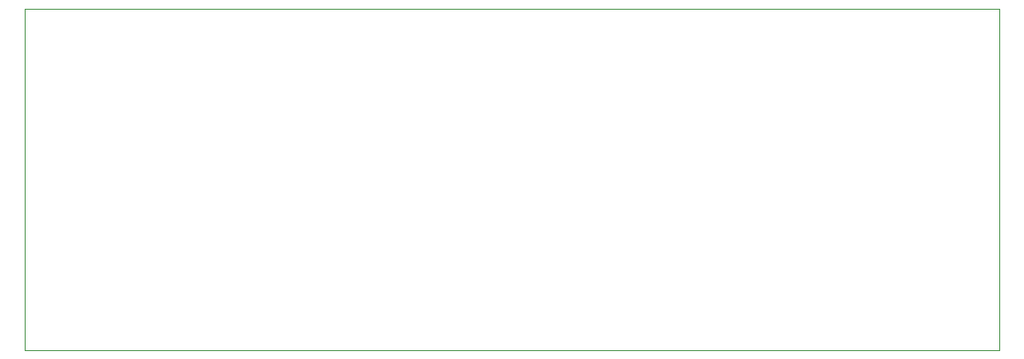
<source format=gbr>
%TF.GenerationSoftware,KiCad,Pcbnew,(6.0.0-0)*%
%TF.CreationDate,2022-10-19T21:39:46-04:00*%
%TF.ProjectId,CPU-Instruction-Decoder,4350552d-496e-4737-9472-756374696f6e,rev?*%
%TF.SameCoordinates,Original*%
%TF.FileFunction,Profile,NP*%
%FSLAX46Y46*%
G04 Gerber Fmt 4.6, Leading zero omitted, Abs format (unit mm)*
G04 Created by KiCad (PCBNEW (6.0.0-0)) date 2022-10-19 21:39:46*
%MOMM*%
%LPD*%
G01*
G04 APERTURE LIST*
%TA.AperFunction,Profile*%
%ADD10C,0.100000*%
%TD*%
G04 APERTURE END LIST*
D10*
X332994000Y-234442000D02*
X239522000Y-234442000D01*
X239522000Y-234442000D02*
X239522000Y-201676000D01*
X239522000Y-201676000D02*
X332994000Y-201676000D01*
X332994000Y-201676000D02*
X332994000Y-234442000D01*
M02*

</source>
